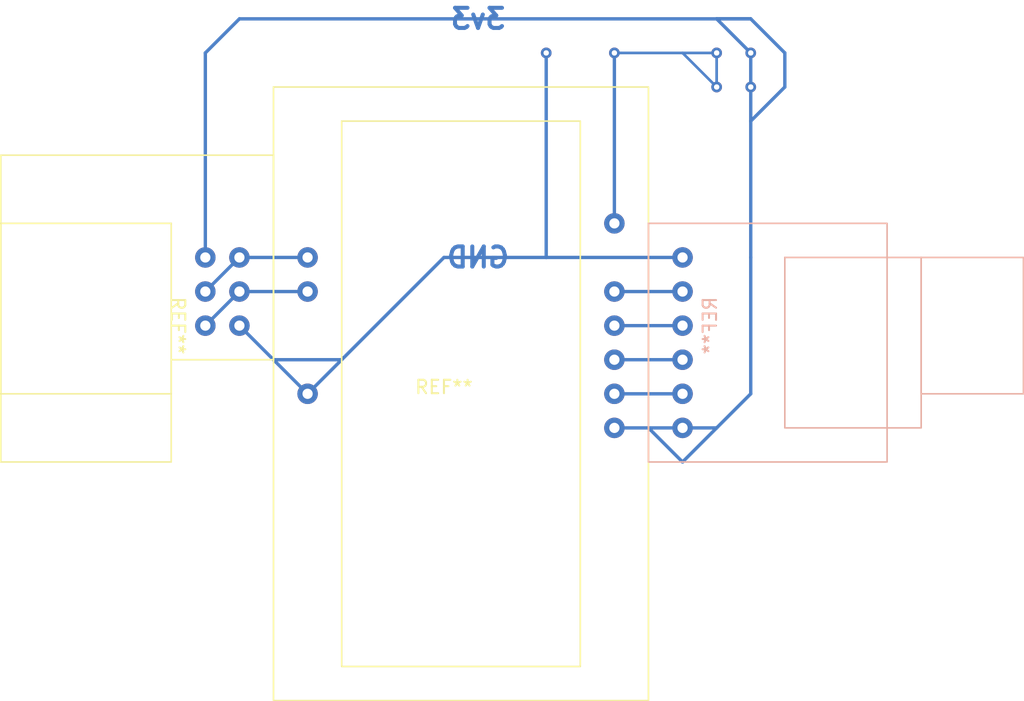
<source format=kicad_pcb>
(kicad_pcb (version 20211014) (generator pcbnew)
  (layers (0 "F.Cu" signal) (31 "B.Cu" signal) (34 "B.Paste" user) (35 "F.Paste" user) (36 "B.SilkS" user "B.Silkscreen") (37 "F.SilkS" user "F.Silkscreen") (38 "B.Mask" user) (39 "F.Mask" user) (44 "Edge.Cuts" user))
  (net 0 "")
  (footprint "Rainus:Adafruit_PCF8523_RTC" (layer "F.Cu") (at 139.7 76.2 -90)
    (fp_text reference "REF**" (at 0 -3.04 -90 unlocked) (layer "F.SilkS"))
    (fp_text value "Adafruit_PCF8523_RTC")
    (fp_rect (start -7.62 -2.54) (end 5.08 10.16) (layer "F.SilkS") (width 0.12) (fill none))
    (fp_poly (pts (xy 2.54 -2.54) (xy 10.16 -2.54) (xy 10.16 10.16) (xy -12.7 10.16) (xy -12.7 -10.16) (xy 2.54 -10.16)) (layer "F.SilkS") (width 0.12) (fill none))
    (pad "3v3" thru_hole circle (at -5.08 -5.08 270) (size 1.524 1.524) (drill 0.762) (layers *.Cu *.Mask))
    (pad "5V" thru_hole circle (at -5.08 -7.62 270) (size 1.524 1.524) (drill 0.762) (layers *.Cu *.Mask))
    (pad "5V" thru_hole circle (at -2.54 -7.62 270) (size 1.524 1.524) (drill 0.762) (layers *.Cu *.Mask))
    (pad "GND" thru_hole circle (at 0 -7.62 270) (size 1.524 1.524) (drill 0.762) (layers *.Cu *.Mask))
    (pad "SCL" thru_hole circle (at 0 -5.08 270) (size 1.524 1.524) (drill 0.762) (layers *.Cu *.Mask))
    (pad "SDA" thru_hole circle (at -2.54 -5.08 270) (size 1.524 1.524) (drill 0.762) (layers *.Cu *.Mask))
  )
  (footprint "Rainus:LILYGO_ESP32_C3_v1.3" (layer "F.Cu") (at 162.56 81.28)
    (fp_text reference "REF**" (at 0 -0.5 unlocked) (layer "F.SilkS"))
    (fp_text value "LILYGO_ESP32_C3_v1.3")
    (fp_rect (start -7.62 -20.32) (end 10.16 20.32) (layer "F.SilkS") (width 0.12) (fill none))
    (fp_rect (start -12.7 -22.86) (end 15.24 22.86) (layer "F.SilkS") (width 0.12) (fill none))
    (pad "2" thru_hole circle (at 12.7 -12.7) (size 1.524 1.524) (drill 0.762) (layers *.Cu *.Mask))
    (pad "3v3" thru_hole circle (at 12.7 2.54) (size 1.524 1.524) (drill 0.762) (layers *.Cu *.Mask))
    (pad "5" thru_hole circle (at 12.7 -7.62) (size 1.524 1.524) (drill 0.762) (layers *.Cu *.Mask))
    (pad "6" thru_hole circle (at 12.7 -5.08) (size 1.524 1.524) (drill 0.762) (layers *.Cu *.Mask))
    (pad "7" thru_hole circle (at 12.7 -2.54) (size 1.524 1.524) (drill 0.762) (layers *.Cu *.Mask))
    (pad "10" thru_hole circle (at 12.7 0) (size 1.524 1.524) (drill 0.762) (layers *.Cu *.Mask))
    (pad "18(SCL)" thru_hole circle (at -10.16 -7.62) (size 1.524 1.524) (drill 0.762) (layers *.Cu *.Mask))
    (pad "19(SDA)" thru_hole circle (at -10.16 -10.16) (size 1.524 1.524) (drill 0.762) (layers *.Cu *.Mask))
    (pad "GND" thru_hole circle (at -10.16 0) (size 1.524 1.524) (drill 0.762) (layers *.Cu *.Mask))
  )
  (footprint "Rainus:ANMBEST-SD Card Reader" (layer "B.Cu") (at 185.42 76.2 -90)
    (fp_text reference "REF**" (at 0 3.04 90 unlocked) (layer "B.SilkS") (effects (justify mirror)))
    (fp_text value "ANMBEST-SD Card Reader")
    (fp_rect (start -5.08 -2.54) (end 7.62 -12.7) (layer "B.SilkS") (width 0.12) (fill none))
    (fp_rect (start -7.62 7.62) (end 10.16 -10.16) (layer "B.SilkS") (width 0.12) (fill none))
    (fp_rect (start -5.08 -12.7) (end 5.08 -20.32) (layer "B.SilkS") (width 0.12) (fill none))
    (pad "3v3" thru_hole circle (at 7.62 5.08 270) (size 1.524 1.524) (drill 0.762) (layers *.Cu *.Mask))
    (pad "CLK" thru_hole circle (at 0 5.08 270) (size 1.524 1.524) (drill 0.762) (layers *.Cu *.Mask))
    (pad "CS" thru_hole circle (at 5.08 5.08 270) (size 1.524 1.524) (drill 0.762) (layers *.Cu *.Mask))
    (pad "GND" thru_hole circle (at -5.08 5.08 270) (size 1.524 1.524) (drill 0.762) (layers *.Cu *.Mask))
    (pad "MISO" thru_hole circle (at -2.54 5.08 270) (size 1.524 1.524) (drill 0.762) (layers *.Cu *.Mask))
    (pad "MOSI" thru_hole circle (at 2.54 5.08 270) (size 1.524 1.524) (drill 0.762) (layers *.Cu *.Mask))
  )
  (gr_text "3v3" (at 165.1 53.34) (layer "B.Cu") (effects (font (size 1.5 1.5) (thickness 0.3)) (justify mirror)))
  (gr_text "GND" (at 165.1 71.12) (layer "B.Cu") (effects (font (size 1.5 1.5) (thickness 0.3)) (justify mirror)))
  (via (at 180.34 78.74) (size 0.8) (drill 0.4) (layers "F.Cu" "B.Cu") (net 0))
  (via (at 144.78 76.2) (size 0.8) (drill 0.4) (layers "F.Cu" "B.Cu") (net 0))
  (via (at 182.88 58.42) (size 0.8) (drill 0.4) (layers "F.Cu" "B.Cu") (net 0))
  (via (at 175.26 68.58) (size 0.8) (drill 0.4) (layers "F.Cu" "B.Cu") (net 0))
  (via (at 180.34 71.12) (size 0.8) (drill 0.4) (layers "F.Cu" "B.Cu") (net 0))
  (via (at 180.34 73.66) (size 0.8) (drill 0.4) (layers "F.Cu" "B.Cu") (net 0))
  (via (at 175.26 76.2) (size 0.8) (drill 0.4) (layers "F.Cu" "B.Cu") (net 0))
  (via (at 170.18 55.88) (size 0.8) (drill 0.4) (layers "F.Cu" "B.Cu") (net 0))
  (via (at 175.26 73.66) (size 0.8) (drill 0.4) (layers "F.Cu" "B.Cu") (net 0))
  (via (at 152.4 81.28) (size 0.8) (drill 0.4) (layers "F.Cu" "B.Cu") (net 0))
  (via (at 180.34 76.2) (size 0.8) (drill 0.4) (layers "F.Cu" "B.Cu") (net 0))
  (via (at 185.42 55.88) (size 0.8) (drill 0.4) (layers "F.Cu" "B.Cu") (net 0))
  (via (at 175.26 55.88) (size 0.8) (drill 0.4) (layers "F.Cu" "B.Cu") (net 0))
  (via (at 180.34 81.28) (size 0.8) (drill 0.4) (layers "F.Cu" "B.Cu") (net 0))
  (via (at 175.26 78.74) (size 0.8) (drill 0.4) (layers "F.Cu" "B.Cu") (net 0))
  (via (at 144.78 73.66) (size 0.8) (drill 0.4) (layers "F.Cu" "B.Cu") (net 0))
  (via (at 182.88 55.88) (size 0.8) (drill 0.4) (layers "F.Cu" "B.Cu") (net 0))
  (via (at 152.4 73.66) (size 0.8) (drill 0.4) (layers "F.Cu" "B.Cu") (net 0))
  (via (at 144.78 71.12) (size 0.8) (drill 0.4) (layers "F.Cu" "B.Cu") (net 0))
  (via (at 185.42 58.42) (size 0.8) (drill 0.4) (layers "F.Cu" "B.Cu") (net 0))
  (via (at 180.34 83.82) (size 0.8) (drill 0.4) (layers "F.Cu" "B.Cu") (net 0))
  (via (at 147.32 76.2) (size 0.8) (drill 0.4) (layers "F.Cu" "B.Cu") (net 0))
  (via (at 152.4 71.12) (size 0.8) (drill 0.4) (layers "F.Cu" "B.Cu") (net 0))
  (via (at 175.26 83.82) (size 0.8) (drill 0.4) (layers "F.Cu" "B.Cu") (net 0))
  (via (at 175.26 81.28) (size 0.8) (drill 0.4) (layers "F.Cu" "B.Cu") (net 0))
  (segment (start 182.88 55.88) (end 182.88 58.42) (width 0.2) (layer "B.Cu") (net 0))
  (segment (start 185.42 71.12) (end 185.42 60.96) (width 0.25) (layer "B.Cu") (net 0))
  (segment (start 147.32 73.66) (end 144.78 76.2) (width 0.25) (layer "B.Cu") (net 0))
  (segment (start 175.26 78.74) (end 180.34 78.74) (width 0.25) (layer "B.Cu") (net 0))
  (segment (start 175.26 81.28) (end 180.34 81.28) (width 0.25) (layer "B.Cu") (net 0))
  (segment (start 187.96 55.88) (end 185.42 53.34) (width 0.25) (layer "B.Cu") (net 0))
  (segment (start 162.56 71.12) (end 152.4 81.28) (width 0.25) (layer "B.Cu") (net 0))
  (segment (start 147.32 76.2) (end 149.86 78.74) (width 0.25) (layer "B.Cu") (net 0))
  (segment (start 175.26 76.2) (end 180.34 76.2) (width 0.25) (layer "B.Cu") (net 0))
  (segment (start 185.42 53.34) (end 147.32 53.34) (width 0.25) (layer "B.Cu") (net 0))
  (segment (start 180.34 83.82) (end 182.88 83.82) (width 0.25) (layer "B.Cu") (net 0))
  (segment (start 182.88 58.42) (end 180.34 55.88) (width 0.2) (layer "B.Cu") (net 0))
  (segment (start 182.88 83.82) (end 180.34 86.36) (width 0.25) (layer "B.Cu") (net 0))
  (segment (start 185.42 81.28) (end 185.42 71.12) (width 0.25) (layer "B.Cu") (net 0))
  (segment (start 180.34 71.12) (end 170.18 71.12) (width 0.25) (layer "B.Cu") (net 0))
  (segment (start 147.32 71.12) (end 144.78 73.66) (width 0.25) (layer "B.Cu") (net 0))
  (segment (start 187.96 58.42) (end 187.96 55.88) (width 0.25) (layer "B.Cu") (net 0))
  (segment (start 149.86 78.74) (end 154.94 78.74) (width 0.25) (layer "B.Cu") (net 0))
  (segment (start 147.32 53.34) (end 144.78 55.88) (width 0.25) (layer "B.Cu") (net 0))
  (segment (start 182.88 55.88) (end 175.26 55.88) (width 0.2) (layer "B.Cu") (net 0))
  (segment (start 185.42 58.42) (end 185.42 55.88) (width 0.25) (layer "B.Cu") (net 0))
  (segment (start 175.26 68.58) (end 175.26 55.88) (width 0.25) (layer "B.Cu") (net 0))
  (segment (start 144.78 55.88) (end 144.78 71.12) (width 0.25) (layer "B.Cu") (net 0))
  (segment (start 185.42 60.96) (end 185.42 58.42) (width 0.25) (layer "B.Cu") (net 0))
  (segment (start 170.18 71.12) (end 170.18 55.88) (width 0.25) (layer "B.Cu") (net 0))
  (segment (start 185.42 53.34) (end 182.88 53.34) (width 0.25) (layer "B.Cu") (net 0))
  (segment (start 152.4 73.66) (end 147.32 73.66) (width 0.25) (layer "B.Cu") (net 0))
  (segment (start 182.88 83.82) (end 185.42 81.28) (width 0.25) (layer "B.Cu") (net 0))
  (segment (start 180.34 86.36) (end 177.8 83.82) (width 0.25) (layer "B.Cu") (net 0))
  (segment (start 185.42 55.88) (end 182.88 53.34) (width 0.25) (layer "B.Cu") (net 0))
  (segment (start 170.18 71.12) (end 162.56 71.12) (width 0.25) (layer "B.Cu") (net 0))
  (segment (start 175.26 73.66) (end 180.34 73.66) (width 0.25) (layer "B.Cu") (net 0))
  (segment (start 175.26 83.82) (end 180.34 83.82) (width 0.25) (layer "B.Cu") (net 0))
  (segment (start 149.86 78.74) (end 152.4 81.28) (width 0.25) (layer "B.Cu") (net 0))
  (segment (start 185.42 60.96) (end 187.96 58.42) (width 0.25) (layer "B.Cu") (net 0))
  (segment (start 152.4 71.12) (end 147.32 71.12) (width 0.25) (layer "B.Cu") (net 0))
)
</source>
